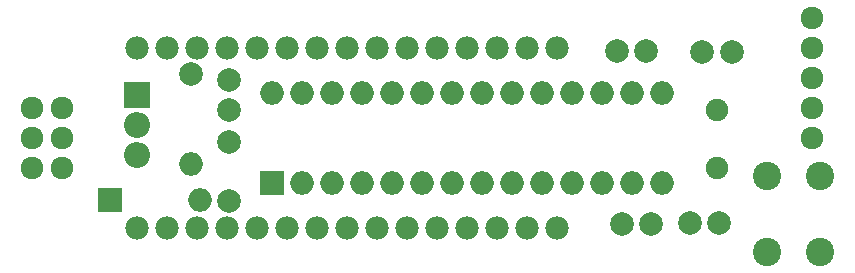
<source format=gbr>
G04 #@! TF.FileFunction,Soldermask,Bot*
%FSLAX46Y46*%
G04 Gerber Fmt 4.6, Leading zero omitted, Abs format (unit mm)*
G04 Created by KiCad (PCBNEW 4.0.7) date 10/19/21 13:48:07*
%MOMM*%
%LPD*%
G01*
G04 APERTURE LIST*
%ADD10C,0.100000*%
%ADD11R,2.000000X2.000000*%
%ADD12O,2.000000X2.000000*%
%ADD13C,2.000000*%
%ADD14C,2.400000*%
%ADD15R,2.200000X2.200000*%
%ADD16O,2.200000X2.200000*%
%ADD17C,1.900000*%
%ADD18C,1.974800*%
%ADD19C,1.924000*%
G04 APERTURE END LIST*
D10*
D11*
X144780000Y-92710000D03*
D12*
X177800000Y-85090000D03*
X147320000Y-92710000D03*
X175260000Y-85090000D03*
X149860000Y-92710000D03*
X172720000Y-85090000D03*
X152400000Y-92710000D03*
X170180000Y-85090000D03*
X154940000Y-92710000D03*
X167640000Y-85090000D03*
X157480000Y-92710000D03*
X165100000Y-85090000D03*
X160020000Y-92710000D03*
X162560000Y-85090000D03*
X162560000Y-92710000D03*
X160020000Y-85090000D03*
X165100000Y-92710000D03*
X157480000Y-85090000D03*
X167640000Y-92710000D03*
X154940000Y-85090000D03*
X170180000Y-92710000D03*
X152400000Y-85090000D03*
X172720000Y-92710000D03*
X149860000Y-85090000D03*
X175260000Y-92710000D03*
X147320000Y-85090000D03*
X177800000Y-92710000D03*
X144780000Y-85090000D03*
D13*
X141190000Y-84060000D03*
X141190000Y-86560000D03*
X174010000Y-81580000D03*
X176510000Y-81580000D03*
X181230000Y-81670000D03*
X183730000Y-81670000D03*
X180170000Y-96180000D03*
X182670000Y-96180000D03*
X176900000Y-96200000D03*
X174400000Y-96200000D03*
D11*
X131060000Y-94220000D03*
D12*
X138680000Y-94220000D03*
D13*
X137910000Y-83540000D03*
D12*
X137910000Y-91160000D03*
D14*
X186720000Y-92120000D03*
X191220000Y-92120000D03*
X186720000Y-98620000D03*
X191220000Y-98620000D03*
D15*
X133360000Y-85270000D03*
D16*
X133360000Y-87810000D03*
X133360000Y-90350000D03*
D17*
X182460000Y-86560000D03*
X182460000Y-91440000D03*
D13*
X141180000Y-89270000D03*
X141180000Y-94270000D03*
D18*
X133350000Y-81280000D03*
X133350000Y-96520000D03*
X135890000Y-81280000D03*
X135890000Y-96520000D03*
X138430000Y-81280000D03*
X138430000Y-96520000D03*
X140970000Y-81280000D03*
X140970000Y-96520000D03*
X143510000Y-81280000D03*
X143510000Y-96520000D03*
X146050000Y-81280000D03*
X146050000Y-96520000D03*
X148590000Y-81280000D03*
X148590000Y-96520000D03*
X151130000Y-81280000D03*
X151130000Y-96520000D03*
X153670000Y-81280000D03*
X153670000Y-96520000D03*
X156210000Y-81280000D03*
X156210000Y-96520000D03*
X158750000Y-81280000D03*
X158750000Y-96520000D03*
X161290000Y-81280000D03*
X161290000Y-96520000D03*
X163830000Y-81280000D03*
X163830000Y-96520000D03*
X166370000Y-81280000D03*
X166370000Y-96520000D03*
X168910000Y-81280000D03*
X168910000Y-96520000D03*
D19*
X124460000Y-86360000D03*
X127000000Y-86360000D03*
X124460000Y-88900000D03*
X127000000Y-88900000D03*
X124460000Y-91440000D03*
X127000000Y-91440000D03*
X190500000Y-78740000D03*
X190500000Y-81280000D03*
X190500000Y-83820000D03*
X190500000Y-86360000D03*
X190500000Y-88900000D03*
M02*

</source>
